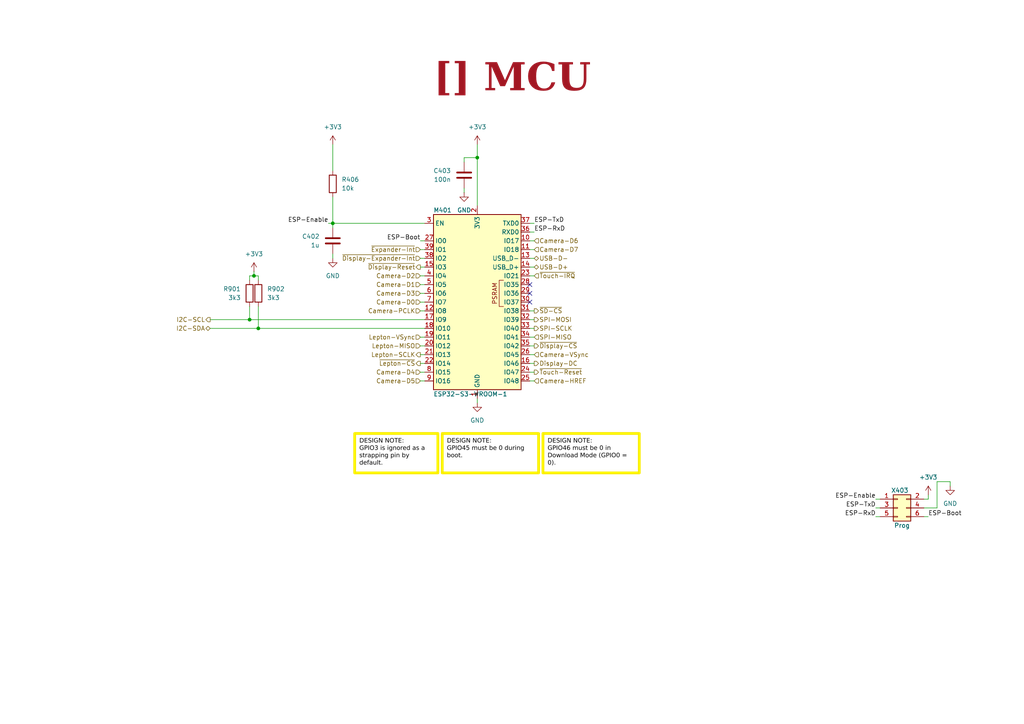
<source format=kicad_sch>
(kicad_sch (version 20250114) (generator "eeschema") (generator_version "9.0")
  (paper "A4")
  (title_block (title "MCU") (date "2025-12-19") (rev "1") (company "${COMPANY}"))
  (lib_symbols
    (symbol "Connector_Generic:Conn_02x03_Odd_Even" (pin_names (offset 1.016) (hide yes))
      (property "Reference" "J" (at 1.27 5.08 0))
      (property "Value" "Conn_02x03_Odd_Even" (at 1.27 -5.08 0))
      (symbol "Conn_02x03_Odd_Even_1_1"
        (rectangle (start -1.27 3.81) (end 3.81 -3.81) (stroke (width 0.254)) (fill (type background)))
        (rectangle (start -1.27 2.667) (end 0 2.413) (stroke (width 0.1524)))
        (rectangle (start -1.27 0.127) (end 0 -0.127) (stroke (width 0.1524)))
        (rectangle (start -1.27 -2.413) (end 0 -2.667) (stroke (width 0.1524)))
        (rectangle (start 3.81 2.667) (end 2.54 2.413) (stroke (width 0.1524)))
        (rectangle (start 3.81 0.127) (end 2.54 -0.127) (stroke (width 0.1524)))
        (rectangle (start 3.81 -2.413) (end 2.54 -2.667) (stroke (width 0.1524)))
        (pin passive line (at -5.08 2.54 0) (length 3.81) (name "Pin_1") (number "1"))
        (pin passive line (at -5.08 0 0) (length 3.81) (name "Pin_3") (number "3"))
        (pin passive line (at -5.08 -2.54 0) (length 3.81) (name "Pin_5") (number "5"))
        (pin passive line (at 7.62 2.54 180) (length 3.81) (name "Pin_2") (number "2"))
        (pin passive line (at 7.62 0 180) (length 3.81) (name "Pin_4") (number "4"))
        (pin passive line (at 7.62 -2.54 180) (length 3.81) (name "Pin_6") (number "6"))
      )
    )
    (symbol "Device:C" (pin_numbers (hide yes)) (pin_names (offset 0.254))
      (property "Reference" "C" (at 0.635 2.54 0))
      (property "Value" "C" (at 0.635 -2.54 0))
      (symbol "C_0_1"
        (polyline (pts (xy -2.032 0.762) (xy 2.032 0.762)) (stroke (width 0.508)))
        (polyline (pts (xy -2.032 -0.762) (xy 2.032 -0.762)) (stroke (width 0.508)))
      )
      (symbol "C_1_1"
        (pin passive line (at 0 3.81 270) (length 2.794) (name "~") (number "1"))
        (pin passive line (at 0 -3.81 90) (length 2.794) (name "~") (number "2"))
      )
    )
    (symbol "Device:R" (pin_numbers (hide yes)) (pin_names (offset 0))
      (property "Reference" "R" (at 2.032 0 90))
      (property "Value" "R" (at 0 0 90))
      (symbol "R_0_1"
        (rectangle (start -1.016 -2.54) (end 1.016 2.54) (stroke (width 0.254)))
      )
      (symbol "R_1_1"
        (pin passive line (at 0 3.81 270) (length 1.27) (name "~") (number "1"))
        (pin passive line (at 0 -3.81 90) (length 1.27) (name "~") (number "2"))
      )
    )
    (symbol "RF_Module:ESP32-S3-WROOM-1"
      (property "Reference" "U" (at -12.7 26.67 0))
      (property "Value" "ESP32-S3-WROOM-1" (at 12.7 26.67 0))
      (symbol "ESP32-S3-WROOM-1_0_0"
        (rectangle (start -12.7 25.4) (end 12.7 -25.4) (stroke (width 0.254)) (fill (type background)))
        (text "PSRAM" (at 5.08 2.54 900) (effects (font (size 1.27 1.27))))
      )
      (symbol "ESP32-S3-WROOM-1_0_1"
        (polyline (pts (xy 7.62 -1.27) (xy 6.35 -1.27) (xy 6.35 6.35) (xy 7.62 6.35)))
      )
      (symbol "ESP32-S3-WROOM-1_1_1"
        (pin input line (at -15.24 22.86 0) (length 2.54) (name "EN") (number "3"))
        (pin bidirectional line (at -15.24 17.78 0) (length 2.54) (name "IO0") (number "27"))
        (pin bidirectional line (at -15.24 15.24 0) (length 2.54) (name "IO1") (number "39"))
        (pin bidirectional line (at -15.24 12.7 0) (length 2.54) (name "IO2") (number "38"))
        (pin bidirectional line (at -15.24 10.16 0) (length 2.54) (name "IO3") (number "15"))
        (pin bidirectional line (at -15.24 7.62 0) (length 2.54) (name "IO4") (number "4"))
        (pin bidirectional line (at -15.24 5.08 0) (length 2.54) (name "IO5") (number "5"))
        (pin bidirectional line (at -15.24 2.54 0) (length 2.54) (name "IO6") (number "6"))
        (pin bidirectional line (at -15.24 0 0) (length 2.54) (name "IO7") (number "7"))
        (pin bidirectional line (at -15.24 -2.54 0) (length 2.54) (name "IO8") (number "12"))
        (pin bidirectional line (at -15.24 -5.08 0) (length 2.54) (name "IO9") (number "17"))
        (pin bidirectional line (at -15.24 -7.62 0) (length 2.54) (name "IO10") (number "18"))
        (pin bidirectional line (at -15.24 -10.16 0) (length 2.54) (name "IO11") (number "19"))
        (pin bidirectional line (at -15.24 -12.7 0) (length 2.54) (name "IO12") (number "20"))
        (pin bidirectional line (at -15.24 -15.24 0) (length 2.54) (name "IO13") (number "21"))
        (pin bidirectional line (at -15.24 -17.78 0) (length 2.54) (name "IO14") (number "22"))
        (pin bidirectional line (at -15.24 -20.32 0) (length 2.54) (name "IO15") (number "8"))
        (pin bidirectional line (at -15.24 -22.86 0) (length 2.54) (name "IO16") (number "9"))
        (pin power_in line (at 0 27.94 270) (length 2.54) (name "3V3") (number "2"))
        (pin power_in line (at 0 -27.94 90) (length 2.54) (name "GND") (number "1"))
        (pin passive line (at 0 -27.94 90) (length 2.54) (hide yes) (name "GND") (number "40"))
        (pin passive line (at 0 -27.94 90) (length 2.54) (hide yes) (name "GND") (number "41"))
        (pin bidirectional line (at 15.24 22.86 180) (length 2.54) (name "TXD0") (number "37"))
        (pin bidirectional line (at 15.24 20.32 180) (length 2.54) (name "RXD0") (number "36"))
        (pin bidirectional line (at 15.24 17.78 180) (length 2.54) (name "IO17") (number "10"))
        (pin bidirectional line (at 15.24 15.24 180) (length 2.54) (name "IO18") (number "11"))
        (pin bidirectional line (at 15.24 12.7 180) (length 2.54) (name "USB_D-") (number "13"))
        (pin bidirectional line (at 15.24 10.16 180) (length 2.54) (name "USB_D+") (number "14"))
        (pin bidirectional line (at 15.24 7.62 180) (length 2.54) (name "IO21") (number "23"))
        (pin bidirectional line (at 15.24 5.08 180) (length 2.54) (name "IO35") (number "28"))
        (pin bidirectional line (at 15.24 2.54 180) (length 2.54) (name "IO36") (number "29"))
        (pin bidirectional line (at 15.24 0 180) (length 2.54) (name "IO37") (number "30"))
        (pin bidirectional line (at 15.24 -2.54 180) (length 2.54) (name "IO38") (number "31"))
        (pin bidirectional line (at 15.24 -5.08 180) (length 2.54) (name "IO39") (number "32"))
        (pin bidirectional line (at 15.24 -7.62 180) (length 2.54) (name "IO40") (number "33"))
        (pin bidirectional line (at 15.24 -10.16 180) (length 2.54) (name "IO41") (number "34"))
        (pin bidirectional line (at 15.24 -12.7 180) (length 2.54) (name "IO42") (number "35"))
        (pin bidirectional line (at 15.24 -15.24 180) (length 2.54) (name "IO45") (number "26"))
        (pin bidirectional line (at 15.24 -17.78 180) (length 2.54) (name "IO46") (number "16"))
        (pin bidirectional line (at 15.24 -20.32 180) (length 2.54) (name "IO47") (number "24"))
        (pin bidirectional line (at 15.24 -22.86 180) (length 2.54) (name "IO48") (number "25"))
      )
    )
    (symbol "power:+3V3" (power) (pin_numbers (hide yes)) (pin_names (offset 0) (hide yes))
      (property "Value" "+3V3" (at 0 3.556 0))
      (symbol "+3V3_0_1"
        (polyline (pts (xy -0.762 1.27) (xy 0 2.54)))
        (polyline (pts (xy 0 2.54) (xy 0.762 1.27)))
        (polyline (pts (xy 0 0) (xy 0 2.54)))
      )
      (symbol "+3V3_1_1"
        (pin power_in line (at 0 0 90) (length 0) (name "~") (number "1"))
      )
    )
    (symbol "power:GND" (power) (pin_numbers (hide yes)) (pin_names (offset 0) (hide yes))
      (property "Value" "GND" (at 0 -3.81 0))
      (symbol "GND_0_1"
        (polyline (pts (xy 0 0) (xy 0 -1.27) (xy 1.27 -1.27) (xy 0 -2.54) (xy -1.27 -1.27) (xy 0 -1.27)))
      )
      (symbol "GND_1_1"
        (pin power_in line (at 0 0 270) (length 0) (name "~") (number "1"))
      )
    )
  )
  (text_box "DESIGN NOTE:\nGPIO45 must be 0 during boot." (at 128.27 125.73 0) (size 27.94 11.43) (margins 1.3525 1.3525 1.3525 1.3525) (stroke (width 0.8) (color 250 236 0 1)) (effects (font (size 1.27 1.27)) (justify left top)))
  (text_box "DESIGN NOTE:\nGPIO46 must be 0 in Download Mode (GPIO0 = 0)." (at 157.48 125.73 0) (size 27.94 11.43) (margins 1.3525 1.3525 1.3525 1.3525) (stroke (width 0.8) (color 250 236 0 1)) (effects (font (size 1.27 1.27)) (justify left top)))
  (text_box "DESIGN NOTE:\nGPIO3 is ignored as a strapping pin by default." (at 102.87 125.73 0) (size 24.13 11.43) (margins 1.3525 1.3525 1.3525 1.3525) (stroke (width 0.8) (color 250 236 0 1)) (effects (font (size 1.27 1.27)) (justify left top)))
  (text_box "[${#}] ${TITLE}" (at 12.7 12.7 0) (size 271.78 20.32) (margins 5.9999 5.9999 5.9999 5.9999) (stroke (width -0.0001)) (effects (font (size 8 8) (thickness 1.2) (bold yes))))
  (junction (at 73.66 80.01))
  (junction (at 138.43 45.72))
  (junction (at 72.39 92.71))
  (junction (at 96.52 64.77))
  (junction (at 74.93 95.25))
  (no_connect (at 153.67 82.55))
  (no_connect (at 153.67 87.63))
  (no_connect (at 153.67 85.09))
  (wire (pts (xy 72.39 88.9) (xy 72.39 92.71)))
  (wire (pts (xy 96.52 64.77) (xy 96.52 66.04)))
  (wire (pts (xy 121.92 77.47) (xy 123.19 77.47)))
  (wire (pts (xy 153.67 110.49) (xy 154.94 110.49)))
  (wire (pts (xy 153.67 64.77) (xy 154.94 64.77)))
  (wire (pts (xy 121.92 87.63) (xy 123.19 87.63)))
  (wire (pts (xy 74.93 95.25) (xy 123.19 95.25)))
  (wire (pts (xy 154.94 107.95) (xy 153.67 107.95)))
  (wire (pts (xy 74.93 80.01) (xy 73.66 80.01)))
  (wire (pts (xy 254 147.32) (xy 255.27 147.32)))
  (wire (pts (xy 153.67 74.93) (xy 154.94 74.93)))
  (wire (pts (xy 254 144.78) (xy 255.27 144.78)))
  (wire (pts (xy 134.62 55.88) (xy 134.62 54.61)))
  (wire (pts (xy 121.92 85.09) (xy 123.19 85.09)))
  (wire (pts (xy 138.43 41.91) (xy 138.43 45.72)))
  (wire (pts (xy 134.62 45.72) (xy 138.43 45.72)))
  (wire (pts (xy 60.96 92.71) (xy 72.39 92.71)))
  (wire (pts (xy 269.24 144.78) (xy 269.24 143.51)))
  (wire (pts (xy 121.92 97.79) (xy 123.19 97.79)))
  (wire (pts (xy 60.96 95.25) (xy 74.93 95.25)))
  (wire (pts (xy 153.67 72.39) (xy 154.94 72.39)))
  (wire (pts (xy 153.67 100.33) (xy 154.94 100.33)))
  (wire (pts (xy 153.67 69.85) (xy 154.94 69.85)))
  (wire (pts (xy 121.92 69.85) (xy 123.19 69.85)))
  (wire (pts (xy 95.25 64.77) (xy 96.52 64.77)))
  (wire (pts (xy 153.67 77.47) (xy 154.94 77.47)))
  (wire (pts (xy 73.66 78.74) (xy 73.66 80.01)))
  (wire (pts (xy 121.92 90.17) (xy 123.19 90.17)))
  (wire (pts (xy 96.52 57.15) (xy 96.52 64.77)))
  (wire (pts (xy 153.67 97.79) (xy 154.94 97.79)))
  (wire (pts (xy 153.67 92.71) (xy 154.94 92.71)))
  (wire (pts (xy 96.52 73.66) (xy 96.52 74.93)))
  (wire (pts (xy 153.67 102.87) (xy 154.94 102.87)))
  (wire (pts (xy 267.97 144.78) (xy 269.24 144.78)))
  (wire (pts (xy 96.52 64.77) (xy 123.19 64.77)))
  (wire (pts (xy 153.67 67.31) (xy 154.94 67.31)))
  (wire (pts (xy 121.92 110.49) (xy 123.19 110.49)))
  (wire (pts (xy 121.92 107.95) (xy 123.19 107.95)))
  (wire (pts (xy 267.97 147.32) (xy 271.78 147.32)))
  (wire (pts (xy 121.92 102.87) (xy 123.19 102.87)))
  (wire (pts (xy 267.97 149.86) (xy 269.24 149.86)))
  (wire (pts (xy 275.59 139.7) (xy 275.59 140.97)))
  (wire (pts (xy 271.78 147.32) (xy 271.78 139.7)))
  (wire (pts (xy 96.52 41.91) (xy 96.52 49.53)))
  (wire (pts (xy 72.39 80.01) (xy 72.39 81.28)))
  (wire (pts (xy 121.92 74.93) (xy 123.19 74.93)))
  (wire (pts (xy 73.66 80.01) (xy 72.39 80.01)))
  (wire (pts (xy 153.67 95.25) (xy 154.94 95.25)))
  (wire (pts (xy 154.94 80.01) (xy 153.67 80.01)))
  (wire (pts (xy 74.93 88.9) (xy 74.93 95.25)))
  (wire (pts (xy 121.92 82.55) (xy 123.19 82.55)))
  (wire (pts (xy 121.92 105.41) (xy 123.19 105.41)))
  (wire (pts (xy 72.39 92.71) (xy 123.19 92.71)))
  (wire (pts (xy 154.94 105.41) (xy 153.67 105.41)))
  (wire (pts (xy 153.67 90.17) (xy 154.94 90.17)))
  (wire (pts (xy 121.92 72.39) (xy 123.19 72.39)))
  (wire (pts (xy 271.78 139.7) (xy 275.59 139.7)))
  (wire (pts (xy 138.43 115.57) (xy 138.43 116.84)))
  (wire (pts (xy 121.92 80.01) (xy 123.19 80.01)))
  (wire (pts (xy 121.92 100.33) (xy 123.19 100.33)))
  (wire (pts (xy 138.43 45.72) (xy 138.43 59.69)))
  (wire (pts (xy 74.93 81.28) (xy 74.93 80.01)))
  (wire (pts (xy 254 149.86) (xy 255.27 149.86)))
  (wire (pts (xy 134.62 46.99) (xy 134.62 45.72)))
  (label "ESP-Boot" (at 269.24 149.86 0))
  (label "ESP-Enable" (at 95.25 64.77 180))
  (label "ESP-TxD" (at 154.94 64.77 0))
  (label "ESP-RxD" (at 154.94 67.31 0))
  (label "ESP-Boot" (at 121.92 69.85 180))
  (label "ESP-TxD" (at 254 147.32 180))
  (label "ESP-Enable" (at 254 144.78 180))
  (label "ESP-RxD" (at 254 149.86 180))
  (hierarchical_label "Camera-D1" (shape input) (at 121.92 82.55 180))
  (hierarchical_label "USB-D-" (shape bidirectional) (at 154.94 74.93 0))
  (hierarchical_label "Camera-D4" (shape input) (at 121.92 107.95 180))
  (hierarchical_label "~{Display-Expander-Int}" (shape input) (at 121.92 74.93 180))
  (hierarchical_label "Camera-PCLK" (shape input) (at 121.92 90.17 180))
  (hierarchical_label "Camera-D3" (shape input) (at 121.92 85.09 180))
  (hierarchical_label "Lepton-VSync" (shape input) (at 121.92 97.79 180))
  (hierarchical_label "I2C-SCL" (shape output) (at 60.96 92.71 180))
  (hierarchical_label "Lepton-MISO" (shape input) (at 121.92 100.33 180))
  (hierarchical_label "SPI-SCLK" (shape output) (at 154.94 95.25 0))
  (hierarchical_label "~{Expander-Int}" (shape input) (at 121.92 72.39 180))
  (hierarchical_label "USB-D+" (shape bidirectional) (at 154.94 77.47 0))
  (hierarchical_label "Camera-D2" (shape input) (at 121.92 80.01 180))
  (hierarchical_label "Lepton-SCLK" (shape output) (at 121.92 102.87 180))
  (hierarchical_label "~{Display-CS}" (shape output) (at 154.94 100.33 0))
  (hierarchical_label "Display-DC" (shape output) (at 154.94 105.41 0))
  (hierarchical_label "~{Touch-Reset}" (shape output) (at 154.94 107.95 0))
  (hierarchical_label "SPI-MISO" (shape input) (at 154.94 97.79 0))
  (hierarchical_label "Camera-D6" (shape input) (at 154.94 69.85 0))
  (hierarchical_label "Camera-D5" (shape input) (at 121.92 110.49 180))
  (hierarchical_label "Camera-D7" (shape input) (at 154.94 72.39 0))
  (hierarchical_label "~{Lepton-CS}" (shape output) (at 121.92 105.41 180))
  (hierarchical_label "Camera-VSync" (shape input) (at 154.94 102.87 0))
  (hierarchical_label "SPI-MOSI" (shape output) (at 154.94 92.71 0))
  (hierarchical_label "~{Display-Reset}" (shape output) (at 121.92 77.47 180))
  (hierarchical_label "~{SD-CS}" (shape output) (at 154.94 90.17 0))
  (hierarchical_label "Camera-D0" (shape input) (at 121.92 87.63 180))
  (hierarchical_label "~{Touch-IRQ}" (shape input) (at 154.94 80.01 0))
  (hierarchical_label "Camera-HREF" (shape input) (at 154.94 110.49 0))
  (hierarchical_label "I2C-SDA" (shape bidirectional) (at 60.96 95.25 180))
  (symbol (lib_id "power:GND") (at 134.62 55.88 0) (unit 1)
    (property "Reference" "#PWR0904" (effects (hide yes)))
    (property "Value" "GND" (at 134.62 60.96 0))
    (property "Description" "Power symbol creates a global label with name \"GND\" , ground" (effects (hide yes)))
    (instances (project "Thermal Cam" (path "" (reference "#PWR0416") (unit 1))) (project "Thermal Cam" (path "" (reference "#PWR0904") (unit 1))))
  )
  (symbol (lib_id "Device:R") (at 72.39 85.09 0) (mirror x) (unit 1)
    (property "Reference" "R901" (at 69.85 83.82 0) (effects (justify right)))
    (property "Value" "3k3" (at 69.85 86.36 0) (effects (justify right)))
    (property "Footprint" "Resistor_SMD:R_0603_1608Metric" (effects (hide yes)))
    (property "Datasheet" "https://www.mouser.com/catalog/specsheets/YAGEO_PYu_RC_Group_51_RoHS_L_12.pdf" (effects (hide yes)))
    (property "Description" "Resistor" (effects (hide yes)))
    (property "manf" "YAGEO" (effects (hide yes)))
    (property "manf#" "RC0603FR-073K3L" (effects (hide yes)))
    (property "mouser#" "603-RC0603FR-073K3L" (effects (hide yes)))
  )
  (symbol (lib_id "power:GND") (at 275.59 140.97 0) (unit 1)
    (property "Reference" "#PWR0908" (effects (hide yes)))
    (property "Value" "GND" (at 275.59 146.05 0))
    (property "Description" "Power symbol creates a global label with name \"GND\" , ground" (effects (hide yes)))
    (instances (project "Thermal Cam" (path "" (reference "#PWR0420") (unit 1))) (project "Thermal Cam" (path "" (reference "#PWR0908") (unit 1))))
  )
  (symbol (lib_id "Device:C") (at 134.62 50.8 0) (unit 1)
    (property "Reference" "C902" (at 130.81 49.5299 0) (effects (justify right)))
    (property "Value" "100n" (at 130.81 52.0699 0) (effects (justify right)))
    (property "Footprint" "Capacitor_SMD:C_0603_1608Metric" (effects (hide yes)))
    (property "Datasheet" "https://www.mouser.de/datasheet/2/40/cx5r_KGM-3223198.pdf" (effects (hide yes)))
    (property "Description" "Unpolarized capacitor" (effects (hide yes)))
    (property "manf" "KYOCERA AVX" (effects (hide yes)))
    (property "manf#" "06031C104MAT2A" (effects (hide yes)))
    (property "mouser#" "581-06031C104MAT2A" (effects (hide yes)))
    (instances (project "Thermal Cam" (path "" (reference "C403") (unit 1))) (project "Thermal Cam" (path "" (reference "C902") (unit 1))))
  )
  (symbol (lib_id "power:+3V3") (at 269.24 143.51 0) (unit 1)
    (property "Reference" "#PWR0907" (effects (hide yes)))
    (property "Value" "+3V3" (at 269.24 138.43 0))
    (property "Description" "Power symbol creates a global label with name \"+3V3\"" (effects (hide yes)))
    (instances (project "Thermal Cam" (path "" (reference "#PWR0419") (unit 1))) (project "Thermal Cam" (path "" (reference "#PWR0907") (unit 1))))
  )
  (symbol (lib_id "Device:R") (at 74.93 85.09 180) (unit 1)
    (property "Reference" "R902" (at 77.47 83.82 0) (effects (justify right)))
    (property "Value" "3k3" (at 77.47 86.36 0) (effects (justify right)))
    (property "Footprint" "Resistor_SMD:R_0603_1608Metric" (effects (hide yes)))
    (property "Datasheet" "https://www.mouser.com/catalog/specsheets/YAGEO_PYu_RC_Group_51_RoHS_L_12.pdf" (effects (hide yes)))
    (property "Description" "Resistor" (effects (hide yes)))
    (property "manf" "YAGEO" (effects (hide yes)))
    (property "manf#" "RC0603FR-073K3L" (effects (hide yes)))
    (property "mouser#" "603-RC0603FR-073K3L" (effects (hide yes)))
  )
  (symbol (lib_id "Device:R") (at 96.52 53.34 180) (unit 1)
    (property "Reference" "R903" (at 99.06 52.0699 0) (effects (justify right)))
    (property "Value" "10k" (at 99.06 54.6099 0) (effects (justify right)))
    (property "Footprint" "Resistor_SMD:R_0603_1608Metric" (effects (hide yes)))
    (property "Datasheet" "https://www.mouser.de/datasheet/2/54/cr-1858361.pdf" (effects (hide yes)))
    (property "Description" "Resistor" (effects (hide yes)))
    (property "manf" "Bourns" (effects (hide yes)))
    (property "manf#" "CR0603-JW-103ELF" (effects (hide yes)))
    (property "mouser#" "652-CR0603-JW-103ELF" (effects (hide yes)))
    (instances (project "Thermal Cam" (path "" (reference "R406") (unit 1))) (project "Thermal Cam" (path "" (reference "R903") (unit 1))))
  )
  (symbol (lib_id "Device:C") (at 96.52 69.85 0) (unit 1)
    (property "Reference" "C901" (at 92.71 68.5799 0) (effects (justify right)))
    (property "Value" "1u" (at 92.71 71.1199 0) (effects (justify right)))
    (property "Footprint" "Capacitor_SMD:C_0603_1608Metric" (effects (hide yes)))
    (property "Datasheet" "https://www.mouser.de/datasheet/2/40/cx5r_KGM-3223198.pdf" (effects (hide yes)))
    (property "Description" "Unpolarized capacitor" (effects (hide yes)))
    (property "manf" "KYOCERA AVX" (effects (hide yes)))
    (property "manf#" "06036C105MAT2A" (effects (hide yes)))
    (property "mouser#" "581-06036C105MAT2A" (effects (hide yes)))
    (instances (project "Thermal Cam" (path "" (reference "C402") (unit 1))) (project "Thermal Cam" (path "" (reference "C901") (unit 1))))
  )
  (symbol (lib_id "power:+3V3") (at 138.43 41.91 0) (unit 1)
    (property "Reference" "#PWR0905" (effects (hide yes)))
    (property "Value" "+3V3" (at 138.43 36.83 0))
    (property "Description" "Power symbol creates a global label with name \"+3V3\"" (effects (hide yes)))
    (instances (project "Thermal Cam" (path "" (reference "#PWR0417") (unit 1))) (project "Thermal Cam" (path "" (reference "#PWR0905") (unit 1))))
  )
  (symbol (lib_id "power:+3V3") (at 96.52 41.91 0) (unit 1)
    (property "Reference" "#PWR0902" (effects (hide yes)))
    (property "Value" "+3V3" (at 96.52 36.83 0))
    (property "Description" "Power symbol creates a global label with name \"+3V3\"" (effects (hide yes)))
    (instances (project "Thermal Cam" (path "" (reference "#PWR0413") (unit 1))) (project "Thermal Cam" (path "" (reference "#PWR0902") (unit 1))))
  )
  (symbol (lib_id "power:GND") (at 96.52 74.93 0) (unit 1)
    (property "Reference" "#PWR0903" (effects (hide yes)))
    (property "Value" "GND" (at 96.52 80.01 0))
    (property "Description" "Power symbol creates a global label with name \"GND\" , ground" (effects (hide yes)))
    (instances (project "Thermal Cam" (path "" (reference "#PWR0414") (unit 1))) (project "Thermal Cam" (path "" (reference "#PWR0903") (unit 1))))
  )
  (symbol (lib_id "power:GND") (at 138.43 116.84 0) (unit 1)
    (property "Reference" "#PWR0906" (effects (hide yes)))
    (property "Value" "GND" (at 138.43 121.92 0))
    (property "Description" "Power symbol creates a global label with name \"GND\" , ground" (effects (hide yes)))
    (instances (project "Thermal Cam" (path "" (reference "#PWR0418") (unit 1))) (project "Thermal Cam" (path "" (reference "#PWR0906") (unit 1))))
  )
  (symbol (lib_id "power:+3V3") (at 73.66 78.74 0) (unit 1)
    (property "Reference" "#PWR0901" (effects (hide yes)))
    (property "Value" "+3V3" (at 73.66 73.66 0))
    (property "Description" "Power symbol creates a global label with name \"+3V3\"" (effects (hide yes)))
  )
  (symbol (lib_id "RF_Module:ESP32-S3-WROOM-1") (at 138.43 87.63 0) (unit 1)
    (property "Reference" "M901" (at 125.73 60.96 0) (effects (justify left)))
    (property "Value" "ESP32-S3-WROOM-1" (at 125.73 114.3 0) (effects (justify left)))
    (property "Footprint" "RF_Module:ESP32-S3-WROOM-1" (effects (hide yes)))
    (property "Datasheet" "https://www.espressif.com/sites/default/files/documentation/esp32-s3-wroom-1_wroom-1u_datasheet_en.pdf" (effects (hide yes)))
    (property "Description" "RF Module, ESP32-S3 SoC, Wi-Fi 802.11b/g/n, Bluetooth, BLE, 32-bit, 3.3V, onboard antenna, SMD" (effects (hide yes)))
    (property "manf" "Espressif Systems" (effects (hide yes)))
    (property "manf#" "ESP32-S3-WROOM-2-N32R16V" (effects (hide yes)))
    (property "mouser#" "356-ESP32-S3-WROOM-2-N32R16V" (effects (hide yes)))
    (instances (project "Thermal Cam" (path "" (reference "M401") (unit 1))) (project "Thermal Cam" (path "" (reference "M901") (unit 1))))
  )
  (symbol (lib_id "Connector_Generic:Conn_02x03_Odd_Even") (at 260.35 147.32 0) (unit 1) (in_bom no)
    (property "Reference" "X901" (at 260.985 142.24 0))
    (property "Value" "Prog" (at 261.62 152.4 0))
    (property "Footprint" "Wuerth:490107670612-Debugging" (effects (hide yes)))
    (property "Description" "Generic connector, double row, 02x03, odd/even pin numbering scheme (row 1 odd numbers, row 2 even numbers), script generated (kicad-library-utils/schlib/autogen/connector/)" (effects (hide yes)))
    (instances (project "Thermal Cam" (path "" (reference "X403") (unit 1))) (project "Thermal Cam" (path "" (reference "X901") (unit 1))))
  )
)
</source>
